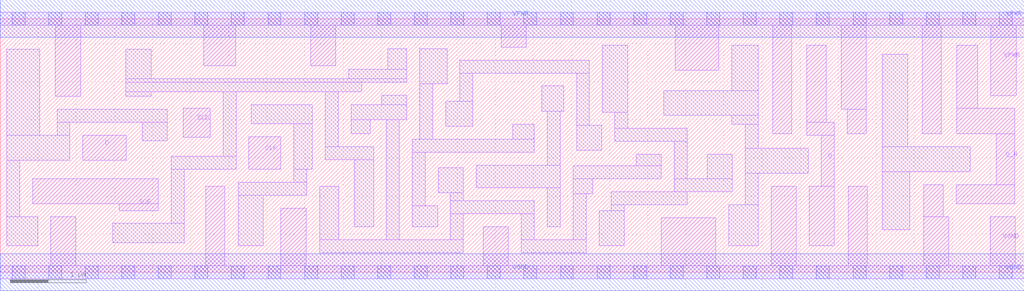
<source format=lef>
# Copyright 2020 The SkyWater PDK Authors
#
# Licensed under the Apache License, Version 2.0 (the "License");
# you may not use this file except in compliance with the License.
# You may obtain a copy of the License at
#
#     https://www.apache.org/licenses/LICENSE-2.0
#
# Unless required by applicable law or agreed to in writing, software
# distributed under the License is distributed on an "AS IS" BASIS,
# WITHOUT WARRANTIES OR CONDITIONS OF ANY KIND, either express or implied.
# See the License for the specific language governing permissions and
# limitations under the License.
#
# SPDX-License-Identifier: Apache-2.0

VERSION 5.7 ;
  NAMESCASESENSITIVE ON ;
  NOWIREEXTENSIONATPIN ON ;
  DIVIDERCHAR "/" ;
  BUSBITCHARS "[]" ;
UNITS
  DATABASE MICRONS 200 ;
END UNITS
MACRO sky130_fd_sc_hs__sdfxbp_2
  CLASS CORE ;
  SOURCE USER ;
  FOREIGN sky130_fd_sc_hs__sdfxbp_2 ;
  ORIGIN  0.000000  0.000000 ;
  SIZE  13.44000 BY  3.330000 ;
  SYMMETRY X Y ;
  SITE unit ;
  PIN D
    ANTENNAGATEAREA  0.159000 ;
    DIRECTION INPUT ;
    USE SIGNAL ;
    PORT
      LAYER li1 ;
        RECT 1.085000 1.470000 1.655000 1.800000 ;
    END
  END D
  PIN Q
    ANTENNADIFFAREA  0.543200 ;
    DIRECTION OUTPUT ;
    USE SIGNAL ;
    PORT
      LAYER li1 ;
        RECT 10.590000 1.800000 10.950000 1.970000 ;
        RECT 10.590000 1.970000 10.840000 2.980000 ;
        RECT 10.620000 0.350000 10.950000 1.130000 ;
        RECT 10.780000 1.130000 10.950000 1.800000 ;
    END
  END Q
  PIN Q_N
    ANTENNADIFFAREA  0.554300 ;
    DIRECTION OUTPUT ;
    USE SIGNAL ;
    PORT
      LAYER li1 ;
        RECT 12.550000 0.900000 13.315000 1.150000 ;
        RECT 12.555000 1.820000 13.315000 2.150000 ;
        RECT 12.555000 2.150000 12.835000 2.980000 ;
        RECT 13.075000 1.150000 13.315000 1.820000 ;
    END
  END Q_N
  PIN SCD
    ANTENNAGATEAREA  0.159000 ;
    DIRECTION INPUT ;
    USE SIGNAL ;
    PORT
      LAYER li1 ;
        RECT 2.405000 1.775000 2.755000 2.150000 ;
    END
  END SCD
  PIN SCE
    ANTENNAGATEAREA  0.318000 ;
    DIRECTION INPUT ;
    USE SIGNAL ;
    PORT
      LAYER li1 ;
        RECT 0.425000 0.900000 2.075000 1.230000 ;
        RECT 1.565000 0.810000 2.075000 0.900000 ;
    END
  END SCE
  PIN CLK
    ANTENNAGATEAREA  0.279000 ;
    DIRECTION INPUT ;
    USE CLOCK ;
    PORT
      LAYER li1 ;
        RECT 3.265000 1.350000 3.685000 1.780000 ;
    END
  END CLK
  PIN VGND
    DIRECTION INOUT ;
    USE GROUND ;
    PORT
      LAYER li1 ;
        RECT  0.000000 -0.085000 13.440000 0.085000 ;
        RECT  0.660000  0.085000  0.990000 0.730000 ;
        RECT  2.695000  0.085000  2.945000 1.130000 ;
        RECT  3.685000  0.085000  4.015000 0.840000 ;
        RECT  6.340000  0.085000  6.670000 0.600000 ;
        RECT  8.680000  0.085000  9.390000 0.715000 ;
        RECT 10.120000  0.085000 10.450000 1.130000 ;
        RECT 11.130000  0.085000 11.380000 1.130000 ;
        RECT 12.120000  0.085000 12.450000 0.730000 ;
        RECT 12.120000  0.730000 12.380000 1.150000 ;
        RECT 12.995000  0.085000 13.325000 0.730000 ;
      LAYER mcon ;
        RECT  0.155000 -0.085000  0.325000 0.085000 ;
        RECT  0.635000 -0.085000  0.805000 0.085000 ;
        RECT  1.115000 -0.085000  1.285000 0.085000 ;
        RECT  1.595000 -0.085000  1.765000 0.085000 ;
        RECT  2.075000 -0.085000  2.245000 0.085000 ;
        RECT  2.555000 -0.085000  2.725000 0.085000 ;
        RECT  3.035000 -0.085000  3.205000 0.085000 ;
        RECT  3.515000 -0.085000  3.685000 0.085000 ;
        RECT  3.995000 -0.085000  4.165000 0.085000 ;
        RECT  4.475000 -0.085000  4.645000 0.085000 ;
        RECT  4.955000 -0.085000  5.125000 0.085000 ;
        RECT  5.435000 -0.085000  5.605000 0.085000 ;
        RECT  5.915000 -0.085000  6.085000 0.085000 ;
        RECT  6.395000 -0.085000  6.565000 0.085000 ;
        RECT  6.875000 -0.085000  7.045000 0.085000 ;
        RECT  7.355000 -0.085000  7.525000 0.085000 ;
        RECT  7.835000 -0.085000  8.005000 0.085000 ;
        RECT  8.315000 -0.085000  8.485000 0.085000 ;
        RECT  8.795000 -0.085000  8.965000 0.085000 ;
        RECT  9.275000 -0.085000  9.445000 0.085000 ;
        RECT  9.755000 -0.085000  9.925000 0.085000 ;
        RECT 10.235000 -0.085000 10.405000 0.085000 ;
        RECT 10.715000 -0.085000 10.885000 0.085000 ;
        RECT 11.195000 -0.085000 11.365000 0.085000 ;
        RECT 11.675000 -0.085000 11.845000 0.085000 ;
        RECT 12.155000 -0.085000 12.325000 0.085000 ;
        RECT 12.635000 -0.085000 12.805000 0.085000 ;
        RECT 13.115000 -0.085000 13.285000 0.085000 ;
      LAYER met1 ;
        RECT 0.000000 -0.245000 13.440000 0.245000 ;
    END
  END VGND
  PIN VPWR
    DIRECTION INOUT ;
    USE POWER ;
    PORT
      LAYER li1 ;
        RECT  0.000000 3.245000 13.440000 3.415000 ;
        RECT  0.725000 2.310000  1.055000 3.245000 ;
        RECT  2.670000 2.710000  3.090000 3.245000 ;
        RECT  4.075000 2.710000  4.405000 3.245000 ;
        RECT  6.575000 2.955000  6.905000 3.245000 ;
        RECT  8.860000 2.650000  9.430000 3.245000 ;
        RECT 10.140000 1.820000 10.390000 3.245000 ;
        RECT 11.040000 2.140000 11.370000 3.245000 ;
        RECT 11.120000 1.820000 11.370000 2.140000 ;
        RECT 12.105000 1.820000 12.355000 3.245000 ;
        RECT 13.005000 2.320000 13.335000 3.245000 ;
      LAYER mcon ;
        RECT  0.155000 3.245000  0.325000 3.415000 ;
        RECT  0.635000 3.245000  0.805000 3.415000 ;
        RECT  1.115000 3.245000  1.285000 3.415000 ;
        RECT  1.595000 3.245000  1.765000 3.415000 ;
        RECT  2.075000 3.245000  2.245000 3.415000 ;
        RECT  2.555000 3.245000  2.725000 3.415000 ;
        RECT  3.035000 3.245000  3.205000 3.415000 ;
        RECT  3.515000 3.245000  3.685000 3.415000 ;
        RECT  3.995000 3.245000  4.165000 3.415000 ;
        RECT  4.475000 3.245000  4.645000 3.415000 ;
        RECT  4.955000 3.245000  5.125000 3.415000 ;
        RECT  5.435000 3.245000  5.605000 3.415000 ;
        RECT  5.915000 3.245000  6.085000 3.415000 ;
        RECT  6.395000 3.245000  6.565000 3.415000 ;
        RECT  6.875000 3.245000  7.045000 3.415000 ;
        RECT  7.355000 3.245000  7.525000 3.415000 ;
        RECT  7.835000 3.245000  8.005000 3.415000 ;
        RECT  8.315000 3.245000  8.485000 3.415000 ;
        RECT  8.795000 3.245000  8.965000 3.415000 ;
        RECT  9.275000 3.245000  9.445000 3.415000 ;
        RECT  9.755000 3.245000  9.925000 3.415000 ;
        RECT 10.235000 3.245000 10.405000 3.415000 ;
        RECT 10.715000 3.245000 10.885000 3.415000 ;
        RECT 11.195000 3.245000 11.365000 3.415000 ;
        RECT 11.675000 3.245000 11.845000 3.415000 ;
        RECT 12.155000 3.245000 12.325000 3.415000 ;
        RECT 12.635000 3.245000 12.805000 3.415000 ;
        RECT 13.115000 3.245000 13.285000 3.415000 ;
      LAYER met1 ;
        RECT 0.000000 3.085000 13.440000 3.575000 ;
    END
  END VPWR
  OBS
    LAYER li1 ;
      RECT  0.085000 0.350000  0.490000 0.730000 ;
      RECT  0.085000 0.730000  0.255000 1.470000 ;
      RECT  0.085000 1.470000  0.915000 1.800000 ;
      RECT  0.085000 1.800000  0.520000 2.925000 ;
      RECT  0.745000 1.800000  0.915000 1.970000 ;
      RECT  0.745000 1.970000  2.195000 2.140000 ;
      RECT  1.480000 0.390000  2.415000 0.640000 ;
      RECT  1.650000 2.310000  1.980000 2.370000 ;
      RECT  1.650000 2.370000  4.745000 2.495000 ;
      RECT  1.650000 2.495000  5.335000 2.540000 ;
      RECT  1.650000 2.540000  1.980000 2.925000 ;
      RECT  1.865000 1.725000  2.195000 1.970000 ;
      RECT  2.245000 0.640000  2.415000 1.350000 ;
      RECT  2.245000 1.350000  3.095000 1.520000 ;
      RECT  2.925000 1.520000  3.095000 2.370000 ;
      RECT  3.125000 0.350000  3.455000 1.010000 ;
      RECT  3.125000 1.010000  4.025000 1.180000 ;
      RECT  3.295000 1.950000  4.095000 2.200000 ;
      RECT  3.855000 1.180000  4.025000 1.350000 ;
      RECT  3.855000 1.350000  4.095000 1.950000 ;
      RECT  4.195000 0.255000  6.080000 0.425000 ;
      RECT  4.195000 0.425000  4.445000 1.130000 ;
      RECT  4.265000 1.480000  4.900000 1.650000 ;
      RECT  4.265000 1.650000  4.435000 2.370000 ;
      RECT  4.575000 2.540000  5.335000 2.665000 ;
      RECT  4.605000 1.820000  4.855000 2.005000 ;
      RECT  4.605000 2.005000  5.335000 2.200000 ;
      RECT  4.650000 0.595000  4.900000 1.480000 ;
      RECT  5.005000 2.200000  5.335000 2.325000 ;
      RECT  5.070000 0.425000  5.240000 2.005000 ;
      RECT  5.085000 2.665000  5.335000 2.935000 ;
      RECT  5.410000 0.595000  5.740000 0.875000 ;
      RECT  5.410000 0.875000  5.580000 1.575000 ;
      RECT  5.410000 1.575000  7.010000 1.745000 ;
      RECT  5.505000 1.745000  5.675000 2.475000 ;
      RECT  5.505000 2.475000  5.865000 2.935000 ;
      RECT  5.750000 1.045000  6.080000 1.375000 ;
      RECT  5.845000 1.915000  6.205000 2.245000 ;
      RECT  5.910000 0.425000  6.080000 0.770000 ;
      RECT  5.910000 0.770000  7.010000 0.940000 ;
      RECT  5.910000 0.940000  6.080000 1.045000 ;
      RECT  6.035000 2.245000  6.205000 2.615000 ;
      RECT  6.035000 2.615000  7.735000 2.785000 ;
      RECT  6.250000 1.110000  7.350000 1.405000 ;
      RECT  6.730000 1.745000  7.010000 1.945000 ;
      RECT  6.840000 0.255000  7.690000 0.425000 ;
      RECT  6.840000 0.425000  7.010000 0.770000 ;
      RECT  7.110000 2.115000  7.395000 2.445000 ;
      RECT  7.180000 0.595000  7.350000 1.110000 ;
      RECT  7.180000 1.405000  7.350000 2.115000 ;
      RECT  7.520000 0.425000  7.690000 1.030000 ;
      RECT  7.520000 1.030000  7.780000 1.225000 ;
      RECT  7.520000 1.225000  8.680000 1.395000 ;
      RECT  7.565000 1.600000  7.895000 1.930000 ;
      RECT  7.565000 1.930000  7.735000 2.615000 ;
      RECT  7.860000 0.350000  8.190000 0.810000 ;
      RECT  7.905000 2.100000  8.235000 2.980000 ;
      RECT  8.020000 0.810000  8.190000 0.885000 ;
      RECT  8.020000 0.885000  9.020000 1.055000 ;
      RECT  8.065000 1.720000  9.020000 1.890000 ;
      RECT  8.065000 1.890000  8.235000 2.100000 ;
      RECT  8.350000 1.395000  8.680000 1.550000 ;
      RECT  8.710000 2.060000  9.950000 2.380000 ;
      RECT  8.850000 1.055000  9.610000 1.225000 ;
      RECT  8.850000 1.225000  9.020000 1.720000 ;
      RECT  9.280000 1.225000  9.610000 1.550000 ;
      RECT  9.560000 0.350000  9.950000 0.885000 ;
      RECT  9.600000 1.940000  9.950000 2.060000 ;
      RECT  9.600000 2.380000  9.950000 2.980000 ;
      RECT  9.780000 0.885000  9.950000 1.300000 ;
      RECT  9.780000 1.300000 10.610000 1.630000 ;
      RECT  9.780000 1.630000  9.950000 1.940000 ;
      RECT 11.580000 0.560000 11.940000 1.320000 ;
      RECT 11.580000 1.320000 12.735000 1.650000 ;
      RECT 11.580000 1.650000 11.910000 2.860000 ;
  END
END sky130_fd_sc_hs__sdfxbp_2

</source>
